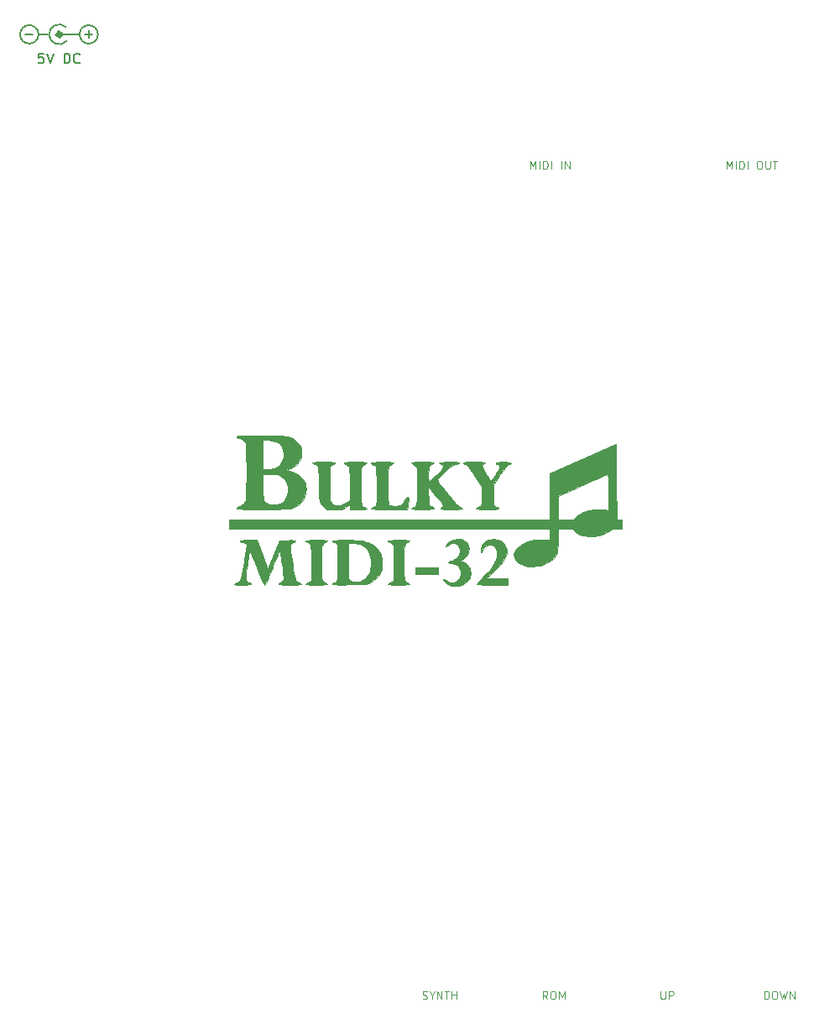
<source format=gto>
G04 #@! TF.GenerationSoftware,KiCad,Pcbnew,(5.1.8)-1*
G04 #@! TF.CreationDate,2022-02-08T00:32:58+01:00*
G04 #@! TF.ProjectId,BulkyMIDI-32 FA2,42756c6b-794d-4494-9449-2d3332204641,rev?*
G04 #@! TF.SameCoordinates,Original*
G04 #@! TF.FileFunction,Legend,Top*
G04 #@! TF.FilePolarity,Positive*
%FSLAX46Y46*%
G04 Gerber Fmt 4.6, Leading zero omitted, Abs format (unit mm)*
G04 Created by KiCad (PCBNEW (5.1.8)-1) date 2022-02-08 00:32:58*
%MOMM*%
%LPD*%
G01*
G04 APERTURE LIST*
%ADD10C,0.100000*%
%ADD11C,0.150000*%
%ADD12C,0.500000*%
%ADD13C,0.010000*%
G04 APERTURE END LIST*
D10*
X119860714Y-153866809D02*
X119975000Y-153904904D01*
X120165476Y-153904904D01*
X120241666Y-153866809D01*
X120279761Y-153828714D01*
X120317857Y-153752523D01*
X120317857Y-153676333D01*
X120279761Y-153600142D01*
X120241666Y-153562047D01*
X120165476Y-153523952D01*
X120013095Y-153485857D01*
X119936904Y-153447761D01*
X119898809Y-153409666D01*
X119860714Y-153333476D01*
X119860714Y-153257285D01*
X119898809Y-153181095D01*
X119936904Y-153143000D01*
X120013095Y-153104904D01*
X120203571Y-153104904D01*
X120317857Y-153143000D01*
X120813095Y-153523952D02*
X120813095Y-153904904D01*
X120546428Y-153104904D02*
X120813095Y-153523952D01*
X121079761Y-153104904D01*
X121346428Y-153904904D02*
X121346428Y-153104904D01*
X121803571Y-153904904D01*
X121803571Y-153104904D01*
X122070238Y-153104904D02*
X122527380Y-153104904D01*
X122298809Y-153904904D02*
X122298809Y-153104904D01*
X122794047Y-153904904D02*
X122794047Y-153104904D01*
X122794047Y-153485857D02*
X123251190Y-153485857D01*
X123251190Y-153904904D02*
X123251190Y-153104904D01*
X132467428Y-153904904D02*
X132200761Y-153523952D01*
X132010285Y-153904904D02*
X132010285Y-153104904D01*
X132315047Y-153104904D01*
X132391238Y-153143000D01*
X132429333Y-153181095D01*
X132467428Y-153257285D01*
X132467428Y-153371571D01*
X132429333Y-153447761D01*
X132391238Y-153485857D01*
X132315047Y-153523952D01*
X132010285Y-153523952D01*
X132962666Y-153104904D02*
X133115047Y-153104904D01*
X133191238Y-153143000D01*
X133267428Y-153219190D01*
X133305523Y-153371571D01*
X133305523Y-153638238D01*
X133267428Y-153790619D01*
X133191238Y-153866809D01*
X133115047Y-153904904D01*
X132962666Y-153904904D01*
X132886476Y-153866809D01*
X132810285Y-153790619D01*
X132772190Y-153638238D01*
X132772190Y-153371571D01*
X132810285Y-153219190D01*
X132886476Y-153143000D01*
X132962666Y-153104904D01*
X133648380Y-153904904D02*
X133648380Y-153104904D01*
X133915047Y-153676333D01*
X134181714Y-153104904D01*
X134181714Y-153904904D01*
D11*
X81613571Y-58507380D02*
X81137380Y-58507380D01*
X81089761Y-58983571D01*
X81137380Y-58935952D01*
X81232619Y-58888333D01*
X81470714Y-58888333D01*
X81565952Y-58935952D01*
X81613571Y-58983571D01*
X81661190Y-59078809D01*
X81661190Y-59316904D01*
X81613571Y-59412142D01*
X81565952Y-59459761D01*
X81470714Y-59507380D01*
X81232619Y-59507380D01*
X81137380Y-59459761D01*
X81089761Y-59412142D01*
X81946904Y-58507380D02*
X82280238Y-59507380D01*
X82613571Y-58507380D01*
X83708809Y-59507380D02*
X83708809Y-58507380D01*
X83946904Y-58507380D01*
X84089761Y-58555000D01*
X84185000Y-58650238D01*
X84232619Y-58745476D01*
X84280238Y-58935952D01*
X84280238Y-59078809D01*
X84232619Y-59269285D01*
X84185000Y-59364523D01*
X84089761Y-59459761D01*
X83946904Y-59507380D01*
X83708809Y-59507380D01*
X85280238Y-59412142D02*
X85232619Y-59459761D01*
X85089761Y-59507380D01*
X84994523Y-59507380D01*
X84851666Y-59459761D01*
X84756428Y-59364523D01*
X84708809Y-59269285D01*
X84661190Y-59078809D01*
X84661190Y-58935952D01*
X84708809Y-58745476D01*
X84756428Y-58650238D01*
X84851666Y-58555000D01*
X84994523Y-58507380D01*
X85089761Y-58507380D01*
X85232619Y-58555000D01*
X85280238Y-58602619D01*
D10*
X150539761Y-70148404D02*
X150539761Y-69348404D01*
X150806428Y-69919833D01*
X151073095Y-69348404D01*
X151073095Y-70148404D01*
X151454047Y-70148404D02*
X151454047Y-69348404D01*
X151835000Y-70148404D02*
X151835000Y-69348404D01*
X152025476Y-69348404D01*
X152139761Y-69386500D01*
X152215952Y-69462690D01*
X152254047Y-69538880D01*
X152292142Y-69691261D01*
X152292142Y-69805547D01*
X152254047Y-69957928D01*
X152215952Y-70034119D01*
X152139761Y-70110309D01*
X152025476Y-70148404D01*
X151835000Y-70148404D01*
X152635000Y-70148404D02*
X152635000Y-69348404D01*
X153777857Y-69348404D02*
X153930238Y-69348404D01*
X154006428Y-69386500D01*
X154082619Y-69462690D01*
X154120714Y-69615071D01*
X154120714Y-69881738D01*
X154082619Y-70034119D01*
X154006428Y-70110309D01*
X153930238Y-70148404D01*
X153777857Y-70148404D01*
X153701666Y-70110309D01*
X153625476Y-70034119D01*
X153587380Y-69881738D01*
X153587380Y-69615071D01*
X153625476Y-69462690D01*
X153701666Y-69386500D01*
X153777857Y-69348404D01*
X154463571Y-69348404D02*
X154463571Y-69996023D01*
X154501666Y-70072214D01*
X154539761Y-70110309D01*
X154615952Y-70148404D01*
X154768333Y-70148404D01*
X154844523Y-70110309D01*
X154882619Y-70072214D01*
X154920714Y-69996023D01*
X154920714Y-69348404D01*
X155187380Y-69348404D02*
X155644523Y-69348404D01*
X155415952Y-70148404D02*
X155415952Y-69348404D01*
X130753095Y-70148404D02*
X130753095Y-69348404D01*
X131019761Y-69919833D01*
X131286428Y-69348404D01*
X131286428Y-70148404D01*
X131667380Y-70148404D02*
X131667380Y-69348404D01*
X132048333Y-70148404D02*
X132048333Y-69348404D01*
X132238809Y-69348404D01*
X132353095Y-69386500D01*
X132429285Y-69462690D01*
X132467380Y-69538880D01*
X132505476Y-69691261D01*
X132505476Y-69805547D01*
X132467380Y-69957928D01*
X132429285Y-70034119D01*
X132353095Y-70110309D01*
X132238809Y-70148404D01*
X132048333Y-70148404D01*
X132848333Y-70148404D02*
X132848333Y-69348404D01*
X133838809Y-70148404D02*
X133838809Y-69348404D01*
X134219761Y-70148404D02*
X134219761Y-69348404D01*
X134676904Y-70148404D01*
X134676904Y-69348404D01*
X154360238Y-153904904D02*
X154360238Y-153104904D01*
X154550714Y-153104904D01*
X154665000Y-153143000D01*
X154741190Y-153219190D01*
X154779285Y-153295380D01*
X154817380Y-153447761D01*
X154817380Y-153562047D01*
X154779285Y-153714428D01*
X154741190Y-153790619D01*
X154665000Y-153866809D01*
X154550714Y-153904904D01*
X154360238Y-153904904D01*
X155312619Y-153104904D02*
X155465000Y-153104904D01*
X155541190Y-153143000D01*
X155617380Y-153219190D01*
X155655476Y-153371571D01*
X155655476Y-153638238D01*
X155617380Y-153790619D01*
X155541190Y-153866809D01*
X155465000Y-153904904D01*
X155312619Y-153904904D01*
X155236428Y-153866809D01*
X155160238Y-153790619D01*
X155122142Y-153638238D01*
X155122142Y-153371571D01*
X155160238Y-153219190D01*
X155236428Y-153143000D01*
X155312619Y-153104904D01*
X155922142Y-153104904D02*
X156112619Y-153904904D01*
X156265000Y-153333476D01*
X156417380Y-153904904D01*
X156607857Y-153104904D01*
X156912619Y-153904904D02*
X156912619Y-153104904D01*
X157369761Y-153904904D01*
X157369761Y-153104904D01*
X143897428Y-153104904D02*
X143897428Y-153752523D01*
X143935523Y-153828714D01*
X143973619Y-153866809D01*
X144049809Y-153904904D01*
X144202190Y-153904904D01*
X144278380Y-153866809D01*
X144316476Y-153828714D01*
X144354571Y-153752523D01*
X144354571Y-153104904D01*
X144735523Y-153904904D02*
X144735523Y-153104904D01*
X145040285Y-153104904D01*
X145116476Y-153143000D01*
X145154571Y-153181095D01*
X145192666Y-153257285D01*
X145192666Y-153371571D01*
X145154571Y-153447761D01*
X145116476Y-153485857D01*
X145040285Y-153523952D01*
X144735523Y-153523952D01*
D11*
X83185000Y-56590000D02*
X85185000Y-56590000D01*
X81185000Y-56590000D02*
X82085000Y-56590000D01*
X81110000Y-56590000D02*
G75*
G03*
X81110000Y-56590000I-925000J0D01*
G01*
X87110000Y-56590000D02*
G75*
G03*
X87110000Y-56590000I-925000J0D01*
G01*
D12*
X83360000Y-56590000D02*
G75*
G03*
X83360000Y-56590000I-175000J0D01*
G01*
D11*
X83860000Y-55840000D02*
G75*
G03*
X83935000Y-57265000I-675000J-750000D01*
G01*
D13*
G36*
X128319030Y-99722888D02*
G01*
X128540051Y-99731671D01*
X128672992Y-99749279D01*
X128737280Y-99778139D01*
X128752500Y-99815750D01*
X128704169Y-99899992D01*
X128662122Y-99911000D01*
X128542249Y-99950769D01*
X128385901Y-100074427D01*
X128187133Y-100288497D01*
X127940000Y-100599503D01*
X127638559Y-101013967D01*
X127576069Y-101102927D01*
X126974500Y-101963238D01*
X126974500Y-102972005D01*
X126975204Y-103351334D01*
X126979222Y-103625001D01*
X126989408Y-103814342D01*
X127008618Y-103940693D01*
X127039708Y-104025391D01*
X127085533Y-104089773D01*
X127130363Y-104136636D01*
X127273521Y-104243915D01*
X127408942Y-104292277D01*
X127416113Y-104292500D01*
X127521805Y-104331530D01*
X127546000Y-104387750D01*
X127529923Y-104422169D01*
X127470853Y-104447362D01*
X127352527Y-104464683D01*
X127158686Y-104475488D01*
X126873068Y-104481131D01*
X126479412Y-104482968D01*
X126403000Y-104483000D01*
X125989967Y-104481660D01*
X125687654Y-104476737D01*
X125479800Y-104466877D01*
X125350142Y-104450723D01*
X125282421Y-104426922D01*
X125260375Y-104394117D01*
X125260000Y-104387750D01*
X125313223Y-104310242D01*
X125389886Y-104292500D01*
X125522340Y-104249445D01*
X125667112Y-104144975D01*
X125675636Y-104136636D01*
X125738019Y-104068473D01*
X125781066Y-103994768D01*
X125808358Y-103891969D01*
X125823472Y-103736522D01*
X125829989Y-103504875D01*
X125831486Y-103173476D01*
X125831500Y-103110967D01*
X125831500Y-102241162D01*
X125156090Y-101200878D01*
X124878464Y-100779488D01*
X124654941Y-100456357D01*
X124475654Y-100220033D01*
X124330737Y-100059061D01*
X124210325Y-99961990D01*
X124104550Y-99917366D01*
X124044936Y-99911000D01*
X123946771Y-99868877D01*
X123926500Y-99815750D01*
X123942747Y-99780901D01*
X124002471Y-99755525D01*
X124122142Y-99738210D01*
X124318232Y-99727542D01*
X124607212Y-99722111D01*
X125005554Y-99720505D01*
X125037750Y-99720500D01*
X125447062Y-99722064D01*
X125745396Y-99727628D01*
X125948741Y-99738499D01*
X126073090Y-99755985D01*
X126134434Y-99781392D01*
X126149000Y-99811333D01*
X126094946Y-99890028D01*
X126006125Y-99922458D01*
X125890624Y-99966674D01*
X125846115Y-100063213D01*
X125875245Y-100221866D01*
X125980663Y-100452425D01*
X126165016Y-100764683D01*
X126283604Y-100948410D01*
X126475263Y-101234210D01*
X126612862Y-101424286D01*
X126707900Y-101531687D01*
X126771878Y-101569458D01*
X126815372Y-101551660D01*
X126933302Y-101406006D01*
X127078529Y-101200273D01*
X127233745Y-100962569D01*
X127381642Y-100721002D01*
X127504910Y-100503679D01*
X127586241Y-100338708D01*
X127609500Y-100262071D01*
X127562921Y-100113214D01*
X127452365Y-99979942D01*
X127321604Y-99912371D01*
X127302874Y-99910999D01*
X127236965Y-99859749D01*
X127228500Y-99815750D01*
X127247605Y-99774683D01*
X127317873Y-99747056D01*
X127458733Y-99730438D01*
X127689614Y-99722402D01*
X127990500Y-99720500D01*
X128319030Y-99722888D01*
G37*
X128319030Y-99722888D02*
X128540051Y-99731671D01*
X128672992Y-99749279D01*
X128737280Y-99778139D01*
X128752500Y-99815750D01*
X128704169Y-99899992D01*
X128662122Y-99911000D01*
X128542249Y-99950769D01*
X128385901Y-100074427D01*
X128187133Y-100288497D01*
X127940000Y-100599503D01*
X127638559Y-101013967D01*
X127576069Y-101102927D01*
X126974500Y-101963238D01*
X126974500Y-102972005D01*
X126975204Y-103351334D01*
X126979222Y-103625001D01*
X126989408Y-103814342D01*
X127008618Y-103940693D01*
X127039708Y-104025391D01*
X127085533Y-104089773D01*
X127130363Y-104136636D01*
X127273521Y-104243915D01*
X127408942Y-104292277D01*
X127416113Y-104292500D01*
X127521805Y-104331530D01*
X127546000Y-104387750D01*
X127529923Y-104422169D01*
X127470853Y-104447362D01*
X127352527Y-104464683D01*
X127158686Y-104475488D01*
X126873068Y-104481131D01*
X126479412Y-104482968D01*
X126403000Y-104483000D01*
X125989967Y-104481660D01*
X125687654Y-104476737D01*
X125479800Y-104466877D01*
X125350142Y-104450723D01*
X125282421Y-104426922D01*
X125260375Y-104394117D01*
X125260000Y-104387750D01*
X125313223Y-104310242D01*
X125389886Y-104292500D01*
X125522340Y-104249445D01*
X125667112Y-104144975D01*
X125675636Y-104136636D01*
X125738019Y-104068473D01*
X125781066Y-103994768D01*
X125808358Y-103891969D01*
X125823472Y-103736522D01*
X125829989Y-103504875D01*
X125831486Y-103173476D01*
X125831500Y-103110967D01*
X125831500Y-102241162D01*
X125156090Y-101200878D01*
X124878464Y-100779488D01*
X124654941Y-100456357D01*
X124475654Y-100220033D01*
X124330737Y-100059061D01*
X124210325Y-99961990D01*
X124104550Y-99917366D01*
X124044936Y-99911000D01*
X123946771Y-99868877D01*
X123926500Y-99815750D01*
X123942747Y-99780901D01*
X124002471Y-99755525D01*
X124122142Y-99738210D01*
X124318232Y-99727542D01*
X124607212Y-99722111D01*
X125005554Y-99720505D01*
X125037750Y-99720500D01*
X125447062Y-99722064D01*
X125745396Y-99727628D01*
X125948741Y-99738499D01*
X126073090Y-99755985D01*
X126134434Y-99781392D01*
X126149000Y-99811333D01*
X126094946Y-99890028D01*
X126006125Y-99922458D01*
X125890624Y-99966674D01*
X125846115Y-100063213D01*
X125875245Y-100221866D01*
X125980663Y-100452425D01*
X126165016Y-100764683D01*
X126283604Y-100948410D01*
X126475263Y-101234210D01*
X126612862Y-101424286D01*
X126707900Y-101531687D01*
X126771878Y-101569458D01*
X126815372Y-101551660D01*
X126933302Y-101406006D01*
X127078529Y-101200273D01*
X127233745Y-100962569D01*
X127381642Y-100721002D01*
X127504910Y-100503679D01*
X127586241Y-100338708D01*
X127609500Y-100262071D01*
X127562921Y-100113214D01*
X127452365Y-99979942D01*
X127321604Y-99912371D01*
X127302874Y-99910999D01*
X127236965Y-99859749D01*
X127228500Y-99815750D01*
X127247605Y-99774683D01*
X127317873Y-99747056D01*
X127458733Y-99730438D01*
X127689614Y-99722402D01*
X127990500Y-99720500D01*
X128319030Y-99722888D01*
G36*
X122916097Y-99722077D02*
G01*
X123192875Y-99727881D01*
X123376983Y-99739520D01*
X123485575Y-99758602D01*
X123535804Y-99786735D01*
X123545500Y-99815750D01*
X123490186Y-99892287D01*
X123384639Y-99911000D01*
X123244929Y-99925514D01*
X123092518Y-99974387D01*
X122916484Y-100065618D01*
X122705901Y-100207204D01*
X122449848Y-100407142D01*
X122137401Y-100673429D01*
X121757638Y-101014063D01*
X121299634Y-101437042D01*
X121297090Y-101439414D01*
X121309030Y-101498937D01*
X121392093Y-101636677D01*
X121548433Y-101855442D01*
X121780203Y-102158043D01*
X122089559Y-102547290D01*
X122478652Y-103025993D01*
X122949638Y-103596962D01*
X122964430Y-103614793D01*
X123217825Y-103902930D01*
X123438108Y-104119265D01*
X123609433Y-104248650D01*
X123647055Y-104267476D01*
X123791778Y-104336285D01*
X123851564Y-104389485D01*
X123819118Y-104428833D01*
X123687144Y-104456086D01*
X123448349Y-104472999D01*
X123095435Y-104481329D01*
X122751750Y-104483000D01*
X122330252Y-104480844D01*
X122022163Y-104473726D01*
X121813950Y-104460669D01*
X121692085Y-104440697D01*
X121643037Y-104412833D01*
X121640500Y-104402807D01*
X121692024Y-104317288D01*
X121779267Y-104259932D01*
X121895539Y-104186388D01*
X121938416Y-104132552D01*
X121906594Y-104065255D01*
X121805865Y-103916399D01*
X121648257Y-103702295D01*
X121445799Y-103439254D01*
X121210518Y-103143588D01*
X121194653Y-103123971D01*
X120430508Y-102180088D01*
X120465750Y-104070250D01*
X120733323Y-104197250D01*
X120905768Y-104286375D01*
X120996917Y-104355389D01*
X120999450Y-104406693D01*
X120906045Y-104442690D01*
X120709382Y-104465782D01*
X120402139Y-104478371D01*
X119976995Y-104482860D01*
X119862500Y-104483000D01*
X119446232Y-104481467D01*
X119141225Y-104476044D01*
X118931766Y-104465491D01*
X118802142Y-104448566D01*
X118736642Y-104424030D01*
X118719500Y-104392795D01*
X118774485Y-104317464D01*
X118907032Y-104261412D01*
X118909921Y-104260767D01*
X119013865Y-104234349D01*
X119096958Y-104196810D01*
X119161532Y-104134847D01*
X119209922Y-104035157D01*
X119244458Y-103884438D01*
X119267473Y-103669388D01*
X119281302Y-103376704D01*
X119288275Y-102993085D01*
X119290726Y-102505227D01*
X119291000Y-102087620D01*
X119290609Y-101551657D01*
X119288828Y-101128211D01*
X119284741Y-100802801D01*
X119277433Y-100560944D01*
X119265989Y-100388160D01*
X119249494Y-100269965D01*
X119227034Y-100191879D01*
X119197693Y-100139420D01*
X119165615Y-100103115D01*
X119009460Y-99991234D01*
X118879865Y-99937481D01*
X118759949Y-99877532D01*
X118719500Y-99808866D01*
X118740361Y-99776566D01*
X118813241Y-99752889D01*
X118953579Y-99736641D01*
X119176816Y-99726627D01*
X119498395Y-99721655D01*
X119862500Y-99720500D01*
X120286913Y-99722424D01*
X120598537Y-99728881D01*
X120811534Y-99740891D01*
X120940067Y-99759476D01*
X120998298Y-99785660D01*
X121005500Y-99802993D01*
X120951497Y-99876278D01*
X120818130Y-99952220D01*
X120783292Y-99965838D01*
X120617092Y-100051652D01*
X120503435Y-100155678D01*
X120495524Y-100168692D01*
X120469339Y-100283716D01*
X120452068Y-100497627D01*
X120445270Y-100782521D01*
X120447856Y-101020807D01*
X120465750Y-101750421D01*
X121215192Y-101044571D01*
X121525859Y-100746451D01*
X121745964Y-100517811D01*
X121881605Y-100345755D01*
X121938882Y-100217388D01*
X121923893Y-100119813D01*
X121842737Y-100040136D01*
X121721249Y-99974500D01*
X121584467Y-99890852D01*
X121516481Y-99809960D01*
X121514874Y-99799875D01*
X121546088Y-99768430D01*
X121650038Y-99745833D01*
X121840301Y-99731021D01*
X122130458Y-99722930D01*
X122529500Y-99720500D01*
X122916097Y-99722077D01*
G37*
X122916097Y-99722077D02*
X123192875Y-99727881D01*
X123376983Y-99739520D01*
X123485575Y-99758602D01*
X123535804Y-99786735D01*
X123545500Y-99815750D01*
X123490186Y-99892287D01*
X123384639Y-99911000D01*
X123244929Y-99925514D01*
X123092518Y-99974387D01*
X122916484Y-100065618D01*
X122705901Y-100207204D01*
X122449848Y-100407142D01*
X122137401Y-100673429D01*
X121757638Y-101014063D01*
X121299634Y-101437042D01*
X121297090Y-101439414D01*
X121309030Y-101498937D01*
X121392093Y-101636677D01*
X121548433Y-101855442D01*
X121780203Y-102158043D01*
X122089559Y-102547290D01*
X122478652Y-103025993D01*
X122949638Y-103596962D01*
X122964430Y-103614793D01*
X123217825Y-103902930D01*
X123438108Y-104119265D01*
X123609433Y-104248650D01*
X123647055Y-104267476D01*
X123791778Y-104336285D01*
X123851564Y-104389485D01*
X123819118Y-104428833D01*
X123687144Y-104456086D01*
X123448349Y-104472999D01*
X123095435Y-104481329D01*
X122751750Y-104483000D01*
X122330252Y-104480844D01*
X122022163Y-104473726D01*
X121813950Y-104460669D01*
X121692085Y-104440697D01*
X121643037Y-104412833D01*
X121640500Y-104402807D01*
X121692024Y-104317288D01*
X121779267Y-104259932D01*
X121895539Y-104186388D01*
X121938416Y-104132552D01*
X121906594Y-104065255D01*
X121805865Y-103916399D01*
X121648257Y-103702295D01*
X121445799Y-103439254D01*
X121210518Y-103143588D01*
X121194653Y-103123971D01*
X120430508Y-102180088D01*
X120465750Y-104070250D01*
X120733323Y-104197250D01*
X120905768Y-104286375D01*
X120996917Y-104355389D01*
X120999450Y-104406693D01*
X120906045Y-104442690D01*
X120709382Y-104465782D01*
X120402139Y-104478371D01*
X119976995Y-104482860D01*
X119862500Y-104483000D01*
X119446232Y-104481467D01*
X119141225Y-104476044D01*
X118931766Y-104465491D01*
X118802142Y-104448566D01*
X118736642Y-104424030D01*
X118719500Y-104392795D01*
X118774485Y-104317464D01*
X118907032Y-104261412D01*
X118909921Y-104260767D01*
X119013865Y-104234349D01*
X119096958Y-104196810D01*
X119161532Y-104134847D01*
X119209922Y-104035157D01*
X119244458Y-103884438D01*
X119267473Y-103669388D01*
X119281302Y-103376704D01*
X119288275Y-102993085D01*
X119290726Y-102505227D01*
X119291000Y-102087620D01*
X119290609Y-101551657D01*
X119288828Y-101128211D01*
X119284741Y-100802801D01*
X119277433Y-100560944D01*
X119265989Y-100388160D01*
X119249494Y-100269965D01*
X119227034Y-100191879D01*
X119197693Y-100139420D01*
X119165615Y-100103115D01*
X119009460Y-99991234D01*
X118879865Y-99937481D01*
X118759949Y-99877532D01*
X118719500Y-99808866D01*
X118740361Y-99776566D01*
X118813241Y-99752889D01*
X118953579Y-99736641D01*
X119176816Y-99726627D01*
X119498395Y-99721655D01*
X119862500Y-99720500D01*
X120286913Y-99722424D01*
X120598537Y-99728881D01*
X120811534Y-99740891D01*
X120940067Y-99759476D01*
X120998298Y-99785660D01*
X121005500Y-99802993D01*
X120951497Y-99876278D01*
X120818130Y-99952220D01*
X120783292Y-99965838D01*
X120617092Y-100051652D01*
X120503435Y-100155678D01*
X120495524Y-100168692D01*
X120469339Y-100283716D01*
X120452068Y-100497627D01*
X120445270Y-100782521D01*
X120447856Y-101020807D01*
X120465750Y-101750421D01*
X121215192Y-101044571D01*
X121525859Y-100746451D01*
X121745964Y-100517811D01*
X121881605Y-100345755D01*
X121938882Y-100217388D01*
X121923893Y-100119813D01*
X121842737Y-100040136D01*
X121721249Y-99974500D01*
X121584467Y-99890852D01*
X121516481Y-99809960D01*
X121514874Y-99799875D01*
X121546088Y-99768430D01*
X121650038Y-99745833D01*
X121840301Y-99731021D01*
X122130458Y-99722930D01*
X122529500Y-99720500D01*
X122916097Y-99722077D01*
G36*
X116216284Y-99722112D02*
G01*
X116522541Y-99727747D01*
X116732712Y-99738596D01*
X116862238Y-99755855D01*
X116926559Y-99780716D01*
X116941500Y-99808866D01*
X116887325Y-99888540D01*
X116781134Y-99937481D01*
X116610799Y-100014848D01*
X116495384Y-100103115D01*
X116459356Y-100144906D01*
X116430968Y-100199600D01*
X116409315Y-100281631D01*
X116393488Y-100405437D01*
X116382581Y-100585452D01*
X116375686Y-100836112D01*
X116371896Y-101171852D01*
X116370303Y-101607109D01*
X116370000Y-102098149D01*
X116370194Y-102633909D01*
X116371459Y-103056902D01*
X116374815Y-103381360D01*
X116381281Y-103621516D01*
X116391879Y-103791603D01*
X116407628Y-103905853D01*
X116429550Y-103978499D01*
X116458664Y-104023774D01*
X116495990Y-104055910D01*
X116511129Y-104066649D01*
X116681250Y-104131238D01*
X116927996Y-104161529D01*
X117205632Y-104157233D01*
X117468422Y-104118067D01*
X117610209Y-104073523D01*
X117794393Y-103951826D01*
X117981056Y-103732396D01*
X118068544Y-103600144D01*
X118231022Y-103359234D01*
X118346661Y-103235420D01*
X118418623Y-103229059D01*
X118450075Y-103340506D01*
X118444180Y-103570116D01*
X118437681Y-103641625D01*
X118409975Y-103897883D01*
X118380728Y-104133769D01*
X118359716Y-104276625D01*
X118324366Y-104483000D01*
X116489933Y-104483000D01*
X115949321Y-104482167D01*
X115523036Y-104479256D01*
X115198411Y-104473643D01*
X114962779Y-104464704D01*
X114803476Y-104451818D01*
X114707836Y-104434361D01*
X114663192Y-104411711D01*
X114655500Y-104392795D01*
X114710364Y-104316628D01*
X114839415Y-104262196D01*
X114945463Y-104237158D01*
X115030254Y-104204810D01*
X115096030Y-104151927D01*
X115145033Y-104065287D01*
X115179504Y-103931664D01*
X115201686Y-103737836D01*
X115213819Y-103470578D01*
X115218147Y-103116667D01*
X115216909Y-102662878D01*
X115212349Y-102095988D01*
X115212070Y-102063954D01*
X115195250Y-100133250D01*
X114927676Y-100006250D01*
X114755231Y-99917124D01*
X114664082Y-99848110D01*
X114661549Y-99796806D01*
X114754954Y-99760809D01*
X114951617Y-99737717D01*
X115258860Y-99725128D01*
X115684004Y-99720639D01*
X115798500Y-99720500D01*
X116216284Y-99722112D01*
G37*
X116216284Y-99722112D02*
X116522541Y-99727747D01*
X116732712Y-99738596D01*
X116862238Y-99755855D01*
X116926559Y-99780716D01*
X116941500Y-99808866D01*
X116887325Y-99888540D01*
X116781134Y-99937481D01*
X116610799Y-100014848D01*
X116495384Y-100103115D01*
X116459356Y-100144906D01*
X116430968Y-100199600D01*
X116409315Y-100281631D01*
X116393488Y-100405437D01*
X116382581Y-100585452D01*
X116375686Y-100836112D01*
X116371896Y-101171852D01*
X116370303Y-101607109D01*
X116370000Y-102098149D01*
X116370194Y-102633909D01*
X116371459Y-103056902D01*
X116374815Y-103381360D01*
X116381281Y-103621516D01*
X116391879Y-103791603D01*
X116407628Y-103905853D01*
X116429550Y-103978499D01*
X116458664Y-104023774D01*
X116495990Y-104055910D01*
X116511129Y-104066649D01*
X116681250Y-104131238D01*
X116927996Y-104161529D01*
X117205632Y-104157233D01*
X117468422Y-104118067D01*
X117610209Y-104073523D01*
X117794393Y-103951826D01*
X117981056Y-103732396D01*
X118068544Y-103600144D01*
X118231022Y-103359234D01*
X118346661Y-103235420D01*
X118418623Y-103229059D01*
X118450075Y-103340506D01*
X118444180Y-103570116D01*
X118437681Y-103641625D01*
X118409975Y-103897883D01*
X118380728Y-104133769D01*
X118359716Y-104276625D01*
X118324366Y-104483000D01*
X116489933Y-104483000D01*
X115949321Y-104482167D01*
X115523036Y-104479256D01*
X115198411Y-104473643D01*
X114962779Y-104464704D01*
X114803476Y-104451818D01*
X114707836Y-104434361D01*
X114663192Y-104411711D01*
X114655500Y-104392795D01*
X114710364Y-104316628D01*
X114839415Y-104262196D01*
X114945463Y-104237158D01*
X115030254Y-104204810D01*
X115096030Y-104151927D01*
X115145033Y-104065287D01*
X115179504Y-103931664D01*
X115201686Y-103737836D01*
X115213819Y-103470578D01*
X115218147Y-103116667D01*
X115216909Y-102662878D01*
X115212349Y-102095988D01*
X115212070Y-102063954D01*
X115195250Y-100133250D01*
X114927676Y-100006250D01*
X114755231Y-99917124D01*
X114664082Y-99848110D01*
X114661549Y-99796806D01*
X114754954Y-99760809D01*
X114951617Y-99737717D01*
X115258860Y-99725128D01*
X115684004Y-99720639D01*
X115798500Y-99720500D01*
X116216284Y-99722112D01*
G36*
X102681395Y-97059542D02*
G01*
X103240165Y-97063412D01*
X103622375Y-97066382D01*
X104250937Y-97071510D01*
X104766023Y-97076547D01*
X105181154Y-97082302D01*
X105509850Y-97089586D01*
X105765631Y-97099207D01*
X105962019Y-97111975D01*
X106112534Y-97128700D01*
X106230697Y-97150190D01*
X106330028Y-97177256D01*
X106424048Y-97210707D01*
X106493781Y-97238290D01*
X106871471Y-97439055D01*
X107197202Y-97707044D01*
X107446896Y-98017538D01*
X107596476Y-98345815D01*
X107605156Y-98379314D01*
X107658988Y-98842254D01*
X107592387Y-99269210D01*
X107408106Y-99655087D01*
X107108898Y-99994789D01*
X106697517Y-100283222D01*
X106529334Y-100370262D01*
X106114750Y-100568609D01*
X106400500Y-100642225D01*
X106907671Y-100819027D01*
X107344641Y-101064890D01*
X107693833Y-101367569D01*
X107936142Y-101711821D01*
X108016926Y-101925651D01*
X108079301Y-102189410D01*
X108098774Y-102331537D01*
X108086112Y-102826783D01*
X107958602Y-103274679D01*
X107722337Y-103666631D01*
X107383410Y-103994043D01*
X106947917Y-104248321D01*
X106663686Y-104355707D01*
X106555526Y-104387613D01*
X106443982Y-104413715D01*
X106315573Y-104434592D01*
X106156815Y-104450822D01*
X105954224Y-104462984D01*
X105694317Y-104471654D01*
X105363611Y-104477412D01*
X104948623Y-104480836D01*
X104435870Y-104482503D01*
X103811868Y-104482992D01*
X103695061Y-104483000D01*
X103057016Y-104482784D01*
X102534465Y-104481783D01*
X102115903Y-104479463D01*
X101789825Y-104475291D01*
X101544725Y-104468736D01*
X101369098Y-104459265D01*
X101251438Y-104446344D01*
X101180239Y-104429442D01*
X101143998Y-104408025D01*
X101131207Y-104381561D01*
X101130000Y-104364252D01*
X101171735Y-104272459D01*
X101310612Y-104198407D01*
X101411295Y-104166747D01*
X101703721Y-104047594D01*
X101896767Y-103872085D01*
X102012956Y-103619477D01*
X102015546Y-103610288D01*
X102032356Y-103484738D01*
X102046750Y-103249116D01*
X102058730Y-102920327D01*
X102068301Y-102515276D01*
X102075463Y-102050868D01*
X102080219Y-101544009D01*
X102082571Y-101011603D01*
X102082564Y-100927000D01*
X103722211Y-100927000D01*
X103743730Y-102224221D01*
X103751906Y-102665746D01*
X103761078Y-102998871D01*
X103773191Y-103242192D01*
X103790192Y-103414305D01*
X103814025Y-103533805D01*
X103846638Y-103619289D01*
X103889974Y-103689353D01*
X103898197Y-103700596D01*
X104101364Y-103875550D01*
X104389000Y-103989729D01*
X104730981Y-104037108D01*
X105097183Y-104011661D01*
X105264969Y-103973981D01*
X105641394Y-103809862D01*
X105933115Y-103552991D01*
X106136023Y-103208770D01*
X106246006Y-102782601D01*
X106258092Y-102669055D01*
X106257358Y-102230239D01*
X106171455Y-101866201D01*
X105991650Y-101550296D01*
X105832237Y-101369956D01*
X105627570Y-101190287D01*
X105415737Y-101064794D01*
X105168347Y-100984869D01*
X104857010Y-100941902D01*
X104453332Y-100927285D01*
X104371363Y-100927000D01*
X103722211Y-100927000D01*
X102082564Y-100927000D01*
X102082522Y-100470554D01*
X102082286Y-100419000D01*
X103733500Y-100419000D01*
X104193875Y-100418645D01*
X104464429Y-100408873D01*
X104720737Y-100383681D01*
X104896869Y-100350920D01*
X105222179Y-100197642D01*
X105490747Y-99945253D01*
X105689306Y-99613969D01*
X105804590Y-99224006D01*
X105828645Y-98931099D01*
X105780221Y-98493486D01*
X105635552Y-98137196D01*
X105393579Y-97861250D01*
X105053239Y-97664671D01*
X104613474Y-97546480D01*
X104290254Y-97512129D01*
X103733500Y-97480384D01*
X103733500Y-100419000D01*
X102082286Y-100419000D01*
X102080074Y-99937770D01*
X102075230Y-99430153D01*
X102067991Y-98964610D01*
X102058361Y-98558045D01*
X102046341Y-98227363D01*
X102031934Y-97989470D01*
X102015142Y-97861270D01*
X102014749Y-97859821D01*
X101884864Y-97620259D01*
X101653536Y-97440170D01*
X101337526Y-97332585D01*
X101336375Y-97332367D01*
X101181840Y-97277294D01*
X101130325Y-97181298D01*
X101130000Y-97170040D01*
X101133563Y-97139008D01*
X101152050Y-97113800D01*
X101197151Y-97093929D01*
X101280557Y-97078908D01*
X101413962Y-97068251D01*
X101609056Y-97061472D01*
X101877532Y-97058085D01*
X102231081Y-97057604D01*
X102681395Y-97059542D01*
G37*
X102681395Y-97059542D02*
X103240165Y-97063412D01*
X103622375Y-97066382D01*
X104250937Y-97071510D01*
X104766023Y-97076547D01*
X105181154Y-97082302D01*
X105509850Y-97089586D01*
X105765631Y-97099207D01*
X105962019Y-97111975D01*
X106112534Y-97128700D01*
X106230697Y-97150190D01*
X106330028Y-97177256D01*
X106424048Y-97210707D01*
X106493781Y-97238290D01*
X106871471Y-97439055D01*
X107197202Y-97707044D01*
X107446896Y-98017538D01*
X107596476Y-98345815D01*
X107605156Y-98379314D01*
X107658988Y-98842254D01*
X107592387Y-99269210D01*
X107408106Y-99655087D01*
X107108898Y-99994789D01*
X106697517Y-100283222D01*
X106529334Y-100370262D01*
X106114750Y-100568609D01*
X106400500Y-100642225D01*
X106907671Y-100819027D01*
X107344641Y-101064890D01*
X107693833Y-101367569D01*
X107936142Y-101711821D01*
X108016926Y-101925651D01*
X108079301Y-102189410D01*
X108098774Y-102331537D01*
X108086112Y-102826783D01*
X107958602Y-103274679D01*
X107722337Y-103666631D01*
X107383410Y-103994043D01*
X106947917Y-104248321D01*
X106663686Y-104355707D01*
X106555526Y-104387613D01*
X106443982Y-104413715D01*
X106315573Y-104434592D01*
X106156815Y-104450822D01*
X105954224Y-104462984D01*
X105694317Y-104471654D01*
X105363611Y-104477412D01*
X104948623Y-104480836D01*
X104435870Y-104482503D01*
X103811868Y-104482992D01*
X103695061Y-104483000D01*
X103057016Y-104482784D01*
X102534465Y-104481783D01*
X102115903Y-104479463D01*
X101789825Y-104475291D01*
X101544725Y-104468736D01*
X101369098Y-104459265D01*
X101251438Y-104446344D01*
X101180239Y-104429442D01*
X101143998Y-104408025D01*
X101131207Y-104381561D01*
X101130000Y-104364252D01*
X101171735Y-104272459D01*
X101310612Y-104198407D01*
X101411295Y-104166747D01*
X101703721Y-104047594D01*
X101896767Y-103872085D01*
X102012956Y-103619477D01*
X102015546Y-103610288D01*
X102032356Y-103484738D01*
X102046750Y-103249116D01*
X102058730Y-102920327D01*
X102068301Y-102515276D01*
X102075463Y-102050868D01*
X102080219Y-101544009D01*
X102082571Y-101011603D01*
X102082564Y-100927000D01*
X103722211Y-100927000D01*
X103743730Y-102224221D01*
X103751906Y-102665746D01*
X103761078Y-102998871D01*
X103773191Y-103242192D01*
X103790192Y-103414305D01*
X103814025Y-103533805D01*
X103846638Y-103619289D01*
X103889974Y-103689353D01*
X103898197Y-103700596D01*
X104101364Y-103875550D01*
X104389000Y-103989729D01*
X104730981Y-104037108D01*
X105097183Y-104011661D01*
X105264969Y-103973981D01*
X105641394Y-103809862D01*
X105933115Y-103552991D01*
X106136023Y-103208770D01*
X106246006Y-102782601D01*
X106258092Y-102669055D01*
X106257358Y-102230239D01*
X106171455Y-101866201D01*
X105991650Y-101550296D01*
X105832237Y-101369956D01*
X105627570Y-101190287D01*
X105415737Y-101064794D01*
X105168347Y-100984869D01*
X104857010Y-100941902D01*
X104453332Y-100927285D01*
X104371363Y-100927000D01*
X103722211Y-100927000D01*
X102082564Y-100927000D01*
X102082522Y-100470554D01*
X102082286Y-100419000D01*
X103733500Y-100419000D01*
X104193875Y-100418645D01*
X104464429Y-100408873D01*
X104720737Y-100383681D01*
X104896869Y-100350920D01*
X105222179Y-100197642D01*
X105490747Y-99945253D01*
X105689306Y-99613969D01*
X105804590Y-99224006D01*
X105828645Y-98931099D01*
X105780221Y-98493486D01*
X105635552Y-98137196D01*
X105393579Y-97861250D01*
X105053239Y-97664671D01*
X104613474Y-97546480D01*
X104290254Y-97512129D01*
X103733500Y-97480384D01*
X103733500Y-100419000D01*
X102082286Y-100419000D01*
X102080074Y-99937770D01*
X102075230Y-99430153D01*
X102067991Y-98964610D01*
X102058361Y-98558045D01*
X102046341Y-98227363D01*
X102031934Y-97989470D01*
X102015142Y-97861270D01*
X102014749Y-97859821D01*
X101884864Y-97620259D01*
X101653536Y-97440170D01*
X101337526Y-97332585D01*
X101336375Y-97332367D01*
X101181840Y-97277294D01*
X101130325Y-97181298D01*
X101130000Y-97170040D01*
X101133563Y-97139008D01*
X101152050Y-97113800D01*
X101197151Y-97093929D01*
X101280557Y-97078908D01*
X101413962Y-97068251D01*
X101609056Y-97061472D01*
X101877532Y-97058085D01*
X102231081Y-97057604D01*
X102681395Y-97059542D01*
G36*
X113485784Y-99722112D02*
G01*
X113792041Y-99727747D01*
X114002212Y-99738596D01*
X114131738Y-99755855D01*
X114196059Y-99780716D01*
X114211000Y-99808866D01*
X114156825Y-99888540D01*
X114050634Y-99937481D01*
X113880299Y-100014848D01*
X113764884Y-100103115D01*
X113729075Y-100144623D01*
X113700810Y-100198943D01*
X113679199Y-100280401D01*
X113663354Y-100403322D01*
X113652385Y-100582031D01*
X113645405Y-100830855D01*
X113641523Y-101164119D01*
X113639851Y-101596148D01*
X113639500Y-102123658D01*
X113639663Y-102685629D01*
X113641826Y-103134136D01*
X113648502Y-103482715D01*
X113662201Y-103744900D01*
X113685435Y-103934227D01*
X113720714Y-104064232D01*
X113770550Y-104148448D01*
X113837456Y-104200412D01*
X113923941Y-104233660D01*
X114032517Y-104261725D01*
X114036375Y-104262686D01*
X114162814Y-104321813D01*
X114211000Y-104394633D01*
X114187797Y-104431315D01*
X114106615Y-104456702D01*
X113950087Y-104472585D01*
X113700850Y-104480754D01*
X113353750Y-104483000D01*
X112496500Y-104483000D01*
X112496500Y-103970885D01*
X112136575Y-104242817D01*
X111776650Y-104514750D01*
X111072950Y-104529297D01*
X110770487Y-104529456D01*
X110501335Y-104518537D01*
X110299255Y-104498542D01*
X110210500Y-104478177D01*
X110065337Y-104392907D01*
X109893858Y-104258864D01*
X109839957Y-104209629D01*
X109719694Y-104091750D01*
X109624623Y-103983794D01*
X109551460Y-103869331D01*
X109496921Y-103731932D01*
X109457722Y-103555169D01*
X109430578Y-103322611D01*
X109412205Y-103017830D01*
X109399318Y-102624396D01*
X109388635Y-102125880D01*
X109385000Y-101933745D01*
X109374092Y-101392724D01*
X109361847Y-100964636D01*
X109345084Y-100635429D01*
X109320621Y-100391049D01*
X109285275Y-100217444D01*
X109235867Y-100100561D01*
X109169213Y-100026346D01*
X109082134Y-99980747D01*
X108971446Y-99949710D01*
X108933915Y-99941303D01*
X108803190Y-99885682D01*
X108750000Y-99810704D01*
X108769413Y-99777853D01*
X108838128Y-99753782D01*
X108971858Y-99737251D01*
X109186314Y-99727022D01*
X109497208Y-99721852D01*
X109893000Y-99720500D01*
X110310784Y-99722112D01*
X110617041Y-99727747D01*
X110827212Y-99738596D01*
X110956738Y-99755855D01*
X111021059Y-99780716D01*
X111036000Y-99808866D01*
X110981825Y-99888540D01*
X110875634Y-99937481D01*
X110705299Y-100014848D01*
X110589884Y-100103115D01*
X110551514Y-100147959D01*
X110521868Y-100206702D01*
X110499828Y-100294979D01*
X110484273Y-100428422D01*
X110474084Y-100622666D01*
X110468142Y-100893344D01*
X110465327Y-101256090D01*
X110464519Y-101726537D01*
X110464500Y-101854028D01*
X110465593Y-102368104D01*
X110469476Y-102771259D01*
X110477053Y-103079554D01*
X110489227Y-103309054D01*
X110506904Y-103475822D01*
X110530987Y-103595921D01*
X110562381Y-103685416D01*
X110568312Y-103698325D01*
X110739374Y-103925314D01*
X110981641Y-104064675D01*
X111274115Y-104116108D01*
X111595791Y-104079318D01*
X111925670Y-103954005D01*
X112242749Y-103739871D01*
X112262993Y-103722365D01*
X112496500Y-103517343D01*
X112496500Y-101872921D01*
X112496011Y-101371811D01*
X112493811Y-100982169D01*
X112488799Y-100688464D01*
X112479876Y-100475168D01*
X112465941Y-100326748D01*
X112445893Y-100227676D01*
X112418634Y-100162420D01*
X112383061Y-100115451D01*
X112371115Y-100103115D01*
X112214960Y-99991234D01*
X112085365Y-99937481D01*
X111965449Y-99877532D01*
X111925000Y-99808866D01*
X111945861Y-99776566D01*
X112018741Y-99752889D01*
X112159079Y-99736641D01*
X112382316Y-99726627D01*
X112703895Y-99721655D01*
X113068000Y-99720500D01*
X113485784Y-99722112D01*
G37*
X113485784Y-99722112D02*
X113792041Y-99727747D01*
X114002212Y-99738596D01*
X114131738Y-99755855D01*
X114196059Y-99780716D01*
X114211000Y-99808866D01*
X114156825Y-99888540D01*
X114050634Y-99937481D01*
X113880299Y-100014848D01*
X113764884Y-100103115D01*
X113729075Y-100144623D01*
X113700810Y-100198943D01*
X113679199Y-100280401D01*
X113663354Y-100403322D01*
X113652385Y-100582031D01*
X113645405Y-100830855D01*
X113641523Y-101164119D01*
X113639851Y-101596148D01*
X113639500Y-102123658D01*
X113639663Y-102685629D01*
X113641826Y-103134136D01*
X113648502Y-103482715D01*
X113662201Y-103744900D01*
X113685435Y-103934227D01*
X113720714Y-104064232D01*
X113770550Y-104148448D01*
X113837456Y-104200412D01*
X113923941Y-104233660D01*
X114032517Y-104261725D01*
X114036375Y-104262686D01*
X114162814Y-104321813D01*
X114211000Y-104394633D01*
X114187797Y-104431315D01*
X114106615Y-104456702D01*
X113950087Y-104472585D01*
X113700850Y-104480754D01*
X113353750Y-104483000D01*
X112496500Y-104483000D01*
X112496500Y-103970885D01*
X112136575Y-104242817D01*
X111776650Y-104514750D01*
X111072950Y-104529297D01*
X110770487Y-104529456D01*
X110501335Y-104518537D01*
X110299255Y-104498542D01*
X110210500Y-104478177D01*
X110065337Y-104392907D01*
X109893858Y-104258864D01*
X109839957Y-104209629D01*
X109719694Y-104091750D01*
X109624623Y-103983794D01*
X109551460Y-103869331D01*
X109496921Y-103731932D01*
X109457722Y-103555169D01*
X109430578Y-103322611D01*
X109412205Y-103017830D01*
X109399318Y-102624396D01*
X109388635Y-102125880D01*
X109385000Y-101933745D01*
X109374092Y-101392724D01*
X109361847Y-100964636D01*
X109345084Y-100635429D01*
X109320621Y-100391049D01*
X109285275Y-100217444D01*
X109235867Y-100100561D01*
X109169213Y-100026346D01*
X109082134Y-99980747D01*
X108971446Y-99949710D01*
X108933915Y-99941303D01*
X108803190Y-99885682D01*
X108750000Y-99810704D01*
X108769413Y-99777853D01*
X108838128Y-99753782D01*
X108971858Y-99737251D01*
X109186314Y-99727022D01*
X109497208Y-99721852D01*
X109893000Y-99720500D01*
X110310784Y-99722112D01*
X110617041Y-99727747D01*
X110827212Y-99738596D01*
X110956738Y-99755855D01*
X111021059Y-99780716D01*
X111036000Y-99808866D01*
X110981825Y-99888540D01*
X110875634Y-99937481D01*
X110705299Y-100014848D01*
X110589884Y-100103115D01*
X110551514Y-100147959D01*
X110521868Y-100206702D01*
X110499828Y-100294979D01*
X110484273Y-100428422D01*
X110474084Y-100622666D01*
X110468142Y-100893344D01*
X110465327Y-101256090D01*
X110464519Y-101726537D01*
X110464500Y-101854028D01*
X110465593Y-102368104D01*
X110469476Y-102771259D01*
X110477053Y-103079554D01*
X110489227Y-103309054D01*
X110506904Y-103475822D01*
X110530987Y-103595921D01*
X110562381Y-103685416D01*
X110568312Y-103698325D01*
X110739374Y-103925314D01*
X110981641Y-104064675D01*
X111274115Y-104116108D01*
X111595791Y-104079318D01*
X111925670Y-103954005D01*
X112242749Y-103739871D01*
X112262993Y-103722365D01*
X112496500Y-103517343D01*
X112496500Y-101872921D01*
X112496011Y-101371811D01*
X112493811Y-100982169D01*
X112488799Y-100688464D01*
X112479876Y-100475168D01*
X112465941Y-100326748D01*
X112445893Y-100227676D01*
X112418634Y-100162420D01*
X112383061Y-100115451D01*
X112371115Y-100103115D01*
X112214960Y-99991234D01*
X112085365Y-99937481D01*
X111965449Y-99877532D01*
X111925000Y-99808866D01*
X111945861Y-99776566D01*
X112018741Y-99752889D01*
X112159079Y-99736641D01*
X112382316Y-99726627D01*
X112703895Y-99721655D01*
X113068000Y-99720500D01*
X113485784Y-99722112D01*
G36*
X139405116Y-101729038D02*
G01*
X139421483Y-105562500D01*
X139992000Y-105562500D01*
X139992000Y-106451500D01*
X139479763Y-106451500D01*
X139209429Y-106456526D01*
X139027433Y-106477169D01*
X138895319Y-106521776D01*
X138774632Y-106598694D01*
X138763762Y-106606918D01*
X138416292Y-106823871D01*
X137993414Y-107014496D01*
X137546602Y-107157991D01*
X137249343Y-107218933D01*
X136660995Y-107249883D01*
X136089634Y-107171499D01*
X135659688Y-107029788D01*
X135468561Y-106926519D01*
X135281166Y-106791975D01*
X135129658Y-106653275D01*
X135046197Y-106537539D01*
X135039000Y-106506340D01*
X134979607Y-106485121D01*
X134817829Y-106467722D01*
X134578263Y-106455922D01*
X134285507Y-106451501D01*
X134280773Y-106451500D01*
X133522547Y-106451500D01*
X133502898Y-107673875D01*
X133483250Y-108896250D01*
X133299735Y-109166807D01*
X133087433Y-109407064D01*
X132784957Y-109652059D01*
X132425923Y-109878152D01*
X132043944Y-110061701D01*
X132005956Y-110076737D01*
X131719542Y-110156201D01*
X131356021Y-110212402D01*
X130961807Y-110242293D01*
X130583315Y-110242828D01*
X130266958Y-110210960D01*
X130195061Y-110195622D01*
X129791986Y-110051917D01*
X129464945Y-109847694D01*
X129227815Y-109596225D01*
X129094471Y-109310780D01*
X129070000Y-109119613D01*
X129131692Y-108791860D01*
X129310207Y-108481743D01*
X129595704Y-108197672D01*
X129978340Y-107948060D01*
X130448276Y-107741317D01*
X130813716Y-107629242D01*
X131091069Y-107578022D01*
X131430529Y-107545572D01*
X131789802Y-107532886D01*
X132126596Y-107540955D01*
X132398615Y-107570771D01*
X132483544Y-107590067D01*
X132689500Y-107649134D01*
X132689500Y-106451500D01*
X100368000Y-106451500D01*
X100368000Y-105562500D01*
X132687954Y-105562500D01*
X133512257Y-105562500D01*
X135039000Y-105562500D01*
X135286794Y-105314705D01*
X135645315Y-105033141D01*
X136094584Y-104801299D01*
X136604864Y-104628749D01*
X137146418Y-104525063D01*
X137689507Y-104499812D01*
X137801250Y-104505389D01*
X138061423Y-104527099D01*
X138287246Y-104553050D01*
X138436380Y-104578234D01*
X138452125Y-104582391D01*
X138595000Y-104624812D01*
X138595000Y-102775906D01*
X138593432Y-102306199D01*
X138589000Y-101880594D01*
X138582108Y-101514820D01*
X138573164Y-101224605D01*
X138562571Y-101025678D01*
X138550736Y-100933765D01*
X138547375Y-100929337D01*
X138481046Y-100954835D01*
X138310926Y-101026759D01*
X138049202Y-101139782D01*
X137708060Y-101288579D01*
X137299687Y-101467823D01*
X136836269Y-101672187D01*
X136329992Y-101896346D01*
X136023250Y-102032559D01*
X133546750Y-103133442D01*
X133529503Y-104347971D01*
X133512257Y-105562500D01*
X132687954Y-105562500D01*
X132721250Y-100832432D01*
X139388750Y-97895576D01*
X139405116Y-101729038D01*
G37*
X139405116Y-101729038D02*
X139421483Y-105562500D01*
X139992000Y-105562500D01*
X139992000Y-106451500D01*
X139479763Y-106451500D01*
X139209429Y-106456526D01*
X139027433Y-106477169D01*
X138895319Y-106521776D01*
X138774632Y-106598694D01*
X138763762Y-106606918D01*
X138416292Y-106823871D01*
X137993414Y-107014496D01*
X137546602Y-107157991D01*
X137249343Y-107218933D01*
X136660995Y-107249883D01*
X136089634Y-107171499D01*
X135659688Y-107029788D01*
X135468561Y-106926519D01*
X135281166Y-106791975D01*
X135129658Y-106653275D01*
X135046197Y-106537539D01*
X135039000Y-106506340D01*
X134979607Y-106485121D01*
X134817829Y-106467722D01*
X134578263Y-106455922D01*
X134285507Y-106451501D01*
X134280773Y-106451500D01*
X133522547Y-106451500D01*
X133502898Y-107673875D01*
X133483250Y-108896250D01*
X133299735Y-109166807D01*
X133087433Y-109407064D01*
X132784957Y-109652059D01*
X132425923Y-109878152D01*
X132043944Y-110061701D01*
X132005956Y-110076737D01*
X131719542Y-110156201D01*
X131356021Y-110212402D01*
X130961807Y-110242293D01*
X130583315Y-110242828D01*
X130266958Y-110210960D01*
X130195061Y-110195622D01*
X129791986Y-110051917D01*
X129464945Y-109847694D01*
X129227815Y-109596225D01*
X129094471Y-109310780D01*
X129070000Y-109119613D01*
X129131692Y-108791860D01*
X129310207Y-108481743D01*
X129595704Y-108197672D01*
X129978340Y-107948060D01*
X130448276Y-107741317D01*
X130813716Y-107629242D01*
X131091069Y-107578022D01*
X131430529Y-107545572D01*
X131789802Y-107532886D01*
X132126596Y-107540955D01*
X132398615Y-107570771D01*
X132483544Y-107590067D01*
X132689500Y-107649134D01*
X132689500Y-106451500D01*
X100368000Y-106451500D01*
X100368000Y-105562500D01*
X132687954Y-105562500D01*
X133512257Y-105562500D01*
X135039000Y-105562500D01*
X135286794Y-105314705D01*
X135645315Y-105033141D01*
X136094584Y-104801299D01*
X136604864Y-104628749D01*
X137146418Y-104525063D01*
X137689507Y-104499812D01*
X137801250Y-104505389D01*
X138061423Y-104527099D01*
X138287246Y-104553050D01*
X138436380Y-104578234D01*
X138452125Y-104582391D01*
X138595000Y-104624812D01*
X138595000Y-102775906D01*
X138593432Y-102306199D01*
X138589000Y-101880594D01*
X138582108Y-101514820D01*
X138573164Y-101224605D01*
X138562571Y-101025678D01*
X138550736Y-100933765D01*
X138547375Y-100929337D01*
X138481046Y-100954835D01*
X138310926Y-101026759D01*
X138049202Y-101139782D01*
X137708060Y-101288579D01*
X137299687Y-101467823D01*
X136836269Y-101672187D01*
X136329992Y-101896346D01*
X136023250Y-102032559D01*
X133546750Y-103133442D01*
X133529503Y-104347971D01*
X133512257Y-105562500D01*
X132687954Y-105562500D01*
X132721250Y-100832432D01*
X139388750Y-97895576D01*
X139405116Y-101729038D01*
G36*
X121418250Y-110991750D02*
G01*
X119100500Y-111026364D01*
X119100500Y-110325000D01*
X121456636Y-110325000D01*
X121418250Y-110991750D01*
G37*
X121418250Y-110991750D02*
X119100500Y-111026364D01*
X119100500Y-110325000D01*
X121456636Y-110325000D01*
X121418250Y-110991750D01*
G36*
X127383418Y-107527091D02*
G01*
X127736012Y-107680997D01*
X128014796Y-107912111D01*
X128239858Y-108234677D01*
X128349053Y-108578060D01*
X128341470Y-108944508D01*
X128216202Y-109336269D01*
X127972340Y-109755592D01*
X127608974Y-110204724D01*
X127125195Y-110685915D01*
X126766731Y-110999369D01*
X126208184Y-111468000D01*
X128435000Y-111468000D01*
X128435000Y-112103000D01*
X126879250Y-112103000D01*
X126371329Y-112101552D01*
X125978679Y-112096812D01*
X125689600Y-112088183D01*
X125492392Y-112075067D01*
X125375354Y-112056867D01*
X125326787Y-112032986D01*
X125323791Y-112023625D01*
X125366550Y-111954533D01*
X125484965Y-111812160D01*
X125664543Y-111612677D01*
X125890791Y-111372256D01*
X126106298Y-111150500D01*
X126416491Y-110830693D01*
X126651183Y-110574566D01*
X126828235Y-110359705D01*
X126965510Y-110163696D01*
X127080872Y-109964126D01*
X127132590Y-109862750D01*
X127263453Y-109578832D01*
X127338812Y-109356222D01*
X127371646Y-109149272D01*
X127376338Y-109005500D01*
X127332988Y-108642760D01*
X127210727Y-108356436D01*
X127020170Y-108158059D01*
X126771929Y-108059162D01*
X126510165Y-108064325D01*
X126300352Y-108155244D01*
X126092981Y-108327206D01*
X125928750Y-108540154D01*
X125857283Y-108706914D01*
X125800141Y-108838780D01*
X125741970Y-108849394D01*
X125706905Y-108741985D01*
X125704500Y-108686467D01*
X125749611Y-108451821D01*
X125867642Y-108183034D01*
X126032637Y-107925671D01*
X126218640Y-107725296D01*
X126276911Y-107681609D01*
X126624550Y-107523508D01*
X127003158Y-107473298D01*
X127383418Y-107527091D01*
G37*
X127383418Y-107527091D02*
X127736012Y-107680997D01*
X128014796Y-107912111D01*
X128239858Y-108234677D01*
X128349053Y-108578060D01*
X128341470Y-108944508D01*
X128216202Y-109336269D01*
X127972340Y-109755592D01*
X127608974Y-110204724D01*
X127125195Y-110685915D01*
X126766731Y-110999369D01*
X126208184Y-111468000D01*
X128435000Y-111468000D01*
X128435000Y-112103000D01*
X126879250Y-112103000D01*
X126371329Y-112101552D01*
X125978679Y-112096812D01*
X125689600Y-112088183D01*
X125492392Y-112075067D01*
X125375354Y-112056867D01*
X125326787Y-112032986D01*
X125323791Y-112023625D01*
X125366550Y-111954533D01*
X125484965Y-111812160D01*
X125664543Y-111612677D01*
X125890791Y-111372256D01*
X126106298Y-111150500D01*
X126416491Y-110830693D01*
X126651183Y-110574566D01*
X126828235Y-110359705D01*
X126965510Y-110163696D01*
X127080872Y-109964126D01*
X127132590Y-109862750D01*
X127263453Y-109578832D01*
X127338812Y-109356222D01*
X127371646Y-109149272D01*
X127376338Y-109005500D01*
X127332988Y-108642760D01*
X127210727Y-108356436D01*
X127020170Y-108158059D01*
X126771929Y-108059162D01*
X126510165Y-108064325D01*
X126300352Y-108155244D01*
X126092981Y-108327206D01*
X125928750Y-108540154D01*
X125857283Y-108706914D01*
X125800141Y-108838780D01*
X125741970Y-108849394D01*
X125706905Y-108741985D01*
X125704500Y-108686467D01*
X125749611Y-108451821D01*
X125867642Y-108183034D01*
X126032637Y-107925671D01*
X126218640Y-107725296D01*
X126276911Y-107681609D01*
X126624550Y-107523508D01*
X127003158Y-107473298D01*
X127383418Y-107527091D01*
G36*
X117860781Y-107596575D02*
G01*
X118159585Y-107603537D01*
X118360376Y-107616492D01*
X118477621Y-107636546D01*
X118525785Y-107664803D01*
X118529000Y-107676993D01*
X118475059Y-107750805D01*
X118342259Y-107826218D01*
X118312218Y-107837876D01*
X118118386Y-107957079D01*
X118026468Y-108114108D01*
X118002646Y-108247512D01*
X117983756Y-108482381D01*
X117969726Y-108797148D01*
X117960481Y-109170248D01*
X117955948Y-109580114D01*
X117956052Y-110005182D01*
X117960719Y-110423885D01*
X117969875Y-110814656D01*
X117983447Y-111155931D01*
X118001360Y-111426143D01*
X118023541Y-111603727D01*
X118038616Y-111656354D01*
X118158932Y-111788226D01*
X118323430Y-111871915D01*
X118462678Y-111934743D01*
X118528257Y-112009400D01*
X118529000Y-112016935D01*
X118505668Y-112049378D01*
X118425418Y-112072925D01*
X118272867Y-112088803D01*
X118032634Y-112098239D01*
X117689336Y-112102458D01*
X117449500Y-112103000D01*
X117049499Y-112101550D01*
X116759785Y-112096219D01*
X116563669Y-112085535D01*
X116444461Y-112068025D01*
X116385471Y-112042216D01*
X116370000Y-112007750D01*
X116423223Y-111930242D01*
X116499886Y-111912500D01*
X116632340Y-111869445D01*
X116777112Y-111764975D01*
X116785636Y-111756636D01*
X116941500Y-111600772D01*
X116941500Y-109919270D01*
X116939292Y-109461781D01*
X116933074Y-109039615D01*
X116923452Y-108671416D01*
X116911034Y-108375832D01*
X116896427Y-108171507D01*
X116881633Y-108080308D01*
X116767541Y-107935966D01*
X116595883Y-107841167D01*
X116449680Y-107768563D01*
X116373237Y-107692079D01*
X116370000Y-107676993D01*
X116397155Y-107645564D01*
X116488265Y-107622730D01*
X116657795Y-107607385D01*
X116920212Y-107598426D01*
X117289980Y-107594745D01*
X117449500Y-107594500D01*
X117860781Y-107596575D01*
G37*
X117860781Y-107596575D02*
X118159585Y-107603537D01*
X118360376Y-107616492D01*
X118477621Y-107636546D01*
X118525785Y-107664803D01*
X118529000Y-107676993D01*
X118475059Y-107750805D01*
X118342259Y-107826218D01*
X118312218Y-107837876D01*
X118118386Y-107957079D01*
X118026468Y-108114108D01*
X118002646Y-108247512D01*
X117983756Y-108482381D01*
X117969726Y-108797148D01*
X117960481Y-109170248D01*
X117955948Y-109580114D01*
X117956052Y-110005182D01*
X117960719Y-110423885D01*
X117969875Y-110814656D01*
X117983447Y-111155931D01*
X118001360Y-111426143D01*
X118023541Y-111603727D01*
X118038616Y-111656354D01*
X118158932Y-111788226D01*
X118323430Y-111871915D01*
X118462678Y-111934743D01*
X118528257Y-112009400D01*
X118529000Y-112016935D01*
X118505668Y-112049378D01*
X118425418Y-112072925D01*
X118272867Y-112088803D01*
X118032634Y-112098239D01*
X117689336Y-112102458D01*
X117449500Y-112103000D01*
X117049499Y-112101550D01*
X116759785Y-112096219D01*
X116563669Y-112085535D01*
X116444461Y-112068025D01*
X116385471Y-112042216D01*
X116370000Y-112007750D01*
X116423223Y-111930242D01*
X116499886Y-111912500D01*
X116632340Y-111869445D01*
X116777112Y-111764975D01*
X116785636Y-111756636D01*
X116941500Y-111600772D01*
X116941500Y-109919270D01*
X116939292Y-109461781D01*
X116933074Y-109039615D01*
X116923452Y-108671416D01*
X116911034Y-108375832D01*
X116896427Y-108171507D01*
X116881633Y-108080308D01*
X116767541Y-107935966D01*
X116595883Y-107841167D01*
X116449680Y-107768563D01*
X116373237Y-107692079D01*
X116370000Y-107676993D01*
X116397155Y-107645564D01*
X116488265Y-107622730D01*
X116657795Y-107607385D01*
X116920212Y-107598426D01*
X117289980Y-107594745D01*
X117449500Y-107594500D01*
X117860781Y-107596575D01*
G36*
X112674465Y-107592695D02*
G01*
X113058394Y-107604923D01*
X113408026Y-107623263D01*
X113703221Y-107647658D01*
X113923837Y-107678055D01*
X113986529Y-107691839D01*
X114533756Y-107892175D01*
X114996822Y-108185405D01*
X115260519Y-108435380D01*
X115497528Y-108751005D01*
X115653980Y-109093680D01*
X115739601Y-109493158D01*
X115764137Y-109975750D01*
X115756973Y-110277551D01*
X115732935Y-110498577D01*
X115683307Y-110684793D01*
X115599371Y-110882162D01*
X115587563Y-110906746D01*
X115317115Y-111321541D01*
X114943656Y-111665308D01*
X114536120Y-111903917D01*
X114427427Y-111953590D01*
X114327030Y-111992495D01*
X114217951Y-112022153D01*
X114083209Y-112044084D01*
X113905825Y-112059809D01*
X113668819Y-112070850D01*
X113355212Y-112078726D01*
X112948023Y-112084958D01*
X112448875Y-112090857D01*
X111876581Y-112095421D01*
X111425565Y-112094622D01*
X111090211Y-112088299D01*
X110864902Y-112076293D01*
X110744025Y-112058444D01*
X110718500Y-112041660D01*
X110771408Y-111972311D01*
X110893008Y-111906508D01*
X111005671Y-111863307D01*
X111094727Y-111819470D01*
X111162949Y-111760627D01*
X111213108Y-111672407D01*
X111247979Y-111540440D01*
X111270332Y-111350356D01*
X111282940Y-111087783D01*
X111288576Y-110738351D01*
X111290012Y-110287690D01*
X111290000Y-109848750D01*
X111289758Y-109302976D01*
X111287222Y-108870262D01*
X111279670Y-108536668D01*
X111264382Y-108288252D01*
X111238639Y-108111077D01*
X111199720Y-107991201D01*
X111144906Y-107914685D01*
X111140720Y-107912000D01*
X112369500Y-107912000D01*
X112369500Y-109745724D01*
X112370276Y-110285878D01*
X112373076Y-110712766D01*
X112378606Y-111040117D01*
X112387572Y-111281659D01*
X112400682Y-111451120D01*
X112418641Y-111562227D01*
X112442155Y-111628710D01*
X112468077Y-111661261D01*
X112614303Y-111734270D01*
X112827159Y-111790532D01*
X113046328Y-111816969D01*
X113163250Y-111812017D01*
X113313321Y-111788813D01*
X113504667Y-111758634D01*
X113516833Y-111756696D01*
X113819709Y-111648965D01*
X114105910Y-111437195D01*
X114348697Y-111143949D01*
X114446028Y-110972659D01*
X114525888Y-110798814D01*
X114577561Y-110644138D01*
X114607076Y-110472658D01*
X114620460Y-110248406D01*
X114623742Y-109935409D01*
X114623750Y-109912250D01*
X114619902Y-109581479D01*
X114604843Y-109341614D01*
X114573298Y-109156703D01*
X114519992Y-108990790D01*
X114472026Y-108877982D01*
X114281689Y-108564644D01*
X114023123Y-108286375D01*
X113731354Y-108076131D01*
X113524765Y-107986677D01*
X113329918Y-107948025D01*
X113068107Y-107921042D01*
X112822507Y-107912000D01*
X112369500Y-107912000D01*
X111140720Y-107912000D01*
X111071476Y-107867588D01*
X110976709Y-107835971D01*
X110893125Y-107814813D01*
X110766685Y-107755686D01*
X110718500Y-107682866D01*
X110778558Y-107650765D01*
X110945307Y-107625163D01*
X111198604Y-107606004D01*
X111518309Y-107593233D01*
X111884282Y-107586795D01*
X112276381Y-107586634D01*
X112674465Y-107592695D01*
G37*
X112674465Y-107592695D02*
X113058394Y-107604923D01*
X113408026Y-107623263D01*
X113703221Y-107647658D01*
X113923837Y-107678055D01*
X113986529Y-107691839D01*
X114533756Y-107892175D01*
X114996822Y-108185405D01*
X115260519Y-108435380D01*
X115497528Y-108751005D01*
X115653980Y-109093680D01*
X115739601Y-109493158D01*
X115764137Y-109975750D01*
X115756973Y-110277551D01*
X115732935Y-110498577D01*
X115683307Y-110684793D01*
X115599371Y-110882162D01*
X115587563Y-110906746D01*
X115317115Y-111321541D01*
X114943656Y-111665308D01*
X114536120Y-111903917D01*
X114427427Y-111953590D01*
X114327030Y-111992495D01*
X114217951Y-112022153D01*
X114083209Y-112044084D01*
X113905825Y-112059809D01*
X113668819Y-112070850D01*
X113355212Y-112078726D01*
X112948023Y-112084958D01*
X112448875Y-112090857D01*
X111876581Y-112095421D01*
X111425565Y-112094622D01*
X111090211Y-112088299D01*
X110864902Y-112076293D01*
X110744025Y-112058444D01*
X110718500Y-112041660D01*
X110771408Y-111972311D01*
X110893008Y-111906508D01*
X111005671Y-111863307D01*
X111094727Y-111819470D01*
X111162949Y-111760627D01*
X111213108Y-111672407D01*
X111247979Y-111540440D01*
X111270332Y-111350356D01*
X111282940Y-111087783D01*
X111288576Y-110738351D01*
X111290012Y-110287690D01*
X111290000Y-109848750D01*
X111289758Y-109302976D01*
X111287222Y-108870262D01*
X111279670Y-108536668D01*
X111264382Y-108288252D01*
X111238639Y-108111077D01*
X111199720Y-107991201D01*
X111144906Y-107914685D01*
X111140720Y-107912000D01*
X112369500Y-107912000D01*
X112369500Y-109745724D01*
X112370276Y-110285878D01*
X112373076Y-110712766D01*
X112378606Y-111040117D01*
X112387572Y-111281659D01*
X112400682Y-111451120D01*
X112418641Y-111562227D01*
X112442155Y-111628710D01*
X112468077Y-111661261D01*
X112614303Y-111734270D01*
X112827159Y-111790532D01*
X113046328Y-111816969D01*
X113163250Y-111812017D01*
X113313321Y-111788813D01*
X113504667Y-111758634D01*
X113516833Y-111756696D01*
X113819709Y-111648965D01*
X114105910Y-111437195D01*
X114348697Y-111143949D01*
X114446028Y-110972659D01*
X114525888Y-110798814D01*
X114577561Y-110644138D01*
X114607076Y-110472658D01*
X114620460Y-110248406D01*
X114623742Y-109935409D01*
X114623750Y-109912250D01*
X114619902Y-109581479D01*
X114604843Y-109341614D01*
X114573298Y-109156703D01*
X114519992Y-108990790D01*
X114472026Y-108877982D01*
X114281689Y-108564644D01*
X114023123Y-108286375D01*
X113731354Y-108076131D01*
X113524765Y-107986677D01*
X113329918Y-107948025D01*
X113068107Y-107921042D01*
X112822507Y-107912000D01*
X112369500Y-107912000D01*
X111140720Y-107912000D01*
X111071476Y-107867588D01*
X110976709Y-107835971D01*
X110893125Y-107814813D01*
X110766685Y-107755686D01*
X110718500Y-107682866D01*
X110778558Y-107650765D01*
X110945307Y-107625163D01*
X111198604Y-107606004D01*
X111518309Y-107593233D01*
X111884282Y-107586795D01*
X112276381Y-107586634D01*
X112674465Y-107592695D01*
G36*
X109542281Y-107596575D02*
G01*
X109841085Y-107603537D01*
X110041876Y-107616492D01*
X110159121Y-107636546D01*
X110207285Y-107664803D01*
X110210500Y-107676993D01*
X110156559Y-107750805D01*
X110023759Y-107826218D01*
X109993718Y-107837876D01*
X109799886Y-107957079D01*
X109707968Y-108114108D01*
X109684146Y-108247512D01*
X109665256Y-108482381D01*
X109651226Y-108797148D01*
X109641981Y-109170248D01*
X109637448Y-109580114D01*
X109637552Y-110005182D01*
X109642219Y-110423885D01*
X109651375Y-110814656D01*
X109664947Y-111155931D01*
X109682860Y-111426143D01*
X109705041Y-111603727D01*
X109720116Y-111656354D01*
X109840432Y-111788226D01*
X110004930Y-111871915D01*
X110144178Y-111934743D01*
X110209757Y-112009400D01*
X110210500Y-112016935D01*
X110187168Y-112049378D01*
X110106918Y-112072925D01*
X109954367Y-112088803D01*
X109714134Y-112098239D01*
X109370836Y-112102458D01*
X109131000Y-112103000D01*
X108730999Y-112101550D01*
X108441285Y-112096219D01*
X108245169Y-112085535D01*
X108125961Y-112068025D01*
X108066971Y-112042216D01*
X108051500Y-112007750D01*
X108104723Y-111930242D01*
X108181386Y-111912500D01*
X108313840Y-111869445D01*
X108458612Y-111764975D01*
X108467136Y-111756636D01*
X108623000Y-111600772D01*
X108623000Y-109919270D01*
X108620792Y-109461781D01*
X108614574Y-109039615D01*
X108604952Y-108671416D01*
X108592534Y-108375832D01*
X108577927Y-108171507D01*
X108563133Y-108080308D01*
X108449041Y-107935966D01*
X108277383Y-107841167D01*
X108131180Y-107768563D01*
X108054737Y-107692079D01*
X108051500Y-107676993D01*
X108078655Y-107645564D01*
X108169765Y-107622730D01*
X108339295Y-107607385D01*
X108601712Y-107598426D01*
X108971480Y-107594745D01*
X109131000Y-107594500D01*
X109542281Y-107596575D01*
G37*
X109542281Y-107596575D02*
X109841085Y-107603537D01*
X110041876Y-107616492D01*
X110159121Y-107636546D01*
X110207285Y-107664803D01*
X110210500Y-107676993D01*
X110156559Y-107750805D01*
X110023759Y-107826218D01*
X109993718Y-107837876D01*
X109799886Y-107957079D01*
X109707968Y-108114108D01*
X109684146Y-108247512D01*
X109665256Y-108482381D01*
X109651226Y-108797148D01*
X109641981Y-109170248D01*
X109637448Y-109580114D01*
X109637552Y-110005182D01*
X109642219Y-110423885D01*
X109651375Y-110814656D01*
X109664947Y-111155931D01*
X109682860Y-111426143D01*
X109705041Y-111603727D01*
X109720116Y-111656354D01*
X109840432Y-111788226D01*
X110004930Y-111871915D01*
X110144178Y-111934743D01*
X110209757Y-112009400D01*
X110210500Y-112016935D01*
X110187168Y-112049378D01*
X110106918Y-112072925D01*
X109954367Y-112088803D01*
X109714134Y-112098239D01*
X109370836Y-112102458D01*
X109131000Y-112103000D01*
X108730999Y-112101550D01*
X108441285Y-112096219D01*
X108245169Y-112085535D01*
X108125961Y-112068025D01*
X108066971Y-112042216D01*
X108051500Y-112007750D01*
X108104723Y-111930242D01*
X108181386Y-111912500D01*
X108313840Y-111869445D01*
X108458612Y-111764975D01*
X108467136Y-111756636D01*
X108623000Y-111600772D01*
X108623000Y-109919270D01*
X108620792Y-109461781D01*
X108614574Y-109039615D01*
X108604952Y-108671416D01*
X108592534Y-108375832D01*
X108577927Y-108171507D01*
X108563133Y-108080308D01*
X108449041Y-107935966D01*
X108277383Y-107841167D01*
X108131180Y-107768563D01*
X108054737Y-107692079D01*
X108051500Y-107676993D01*
X108078655Y-107645564D01*
X108169765Y-107622730D01*
X108339295Y-107607385D01*
X108601712Y-107598426D01*
X108971480Y-107594745D01*
X109131000Y-107594500D01*
X109542281Y-107596575D01*
G36*
X103701776Y-109048030D02*
G01*
X104272556Y-110501561D01*
X104847632Y-109063905D01*
X105422709Y-107626250D01*
X106229104Y-107608477D01*
X106566422Y-107602998D01*
X106796272Y-107605355D01*
X106938047Y-107617456D01*
X107011141Y-107641211D01*
X107034946Y-107678529D01*
X107035500Y-107687852D01*
X106983068Y-107768029D01*
X106915534Y-107785000D01*
X106778576Y-107823581D01*
X106652978Y-107900463D01*
X106596327Y-107957136D01*
X106555553Y-108032024D01*
X106531217Y-108138882D01*
X106523880Y-108291464D01*
X106534101Y-108503526D01*
X106562440Y-108788822D01*
X106609459Y-109161106D01*
X106675716Y-109634133D01*
X106742112Y-110088647D01*
X106816425Y-110583892D01*
X106879316Y-110969238D01*
X106936606Y-111260611D01*
X106994116Y-111473934D01*
X107057666Y-111625135D01*
X107133077Y-111730137D01*
X107226169Y-111804867D01*
X107342763Y-111865248D01*
X107400625Y-111890366D01*
X107540213Y-111957799D01*
X107596672Y-112010030D01*
X107562478Y-112048766D01*
X107430110Y-112075715D01*
X107192047Y-112092584D01*
X106840767Y-112101081D01*
X106464000Y-112103000D01*
X106050967Y-112101660D01*
X105748654Y-112096737D01*
X105540800Y-112086877D01*
X105411142Y-112070723D01*
X105343421Y-112046922D01*
X105321375Y-112014117D01*
X105321000Y-112007750D01*
X105372057Y-111924253D01*
X105419136Y-111912500D01*
X105572369Y-111855717D01*
X105710563Y-111710822D01*
X105805290Y-111515995D01*
X105830710Y-111359761D01*
X105823048Y-111222063D01*
X105800861Y-110996247D01*
X105767181Y-110704227D01*
X105725041Y-110367917D01*
X105677472Y-110009230D01*
X105627508Y-109650081D01*
X105578181Y-109312382D01*
X105532524Y-109018048D01*
X105493570Y-108788992D01*
X105464351Y-108647128D01*
X105450327Y-108611098D01*
X105419192Y-108667920D01*
X105347644Y-108828367D01*
X105241755Y-109077874D01*
X105107599Y-109401879D01*
X104951249Y-109785819D01*
X104778777Y-110215132D01*
X104722115Y-110357348D01*
X104511580Y-110882678D01*
X104340627Y-111299114D01*
X104204577Y-111616803D01*
X104098750Y-111845888D01*
X104018468Y-111996515D01*
X103959052Y-112078829D01*
X103917015Y-112103000D01*
X103873607Y-112077309D01*
X103814052Y-111993478D01*
X103733700Y-111841366D01*
X103627900Y-111610831D01*
X103492000Y-111291734D01*
X103321348Y-110873933D01*
X103111294Y-110347289D01*
X103108756Y-110340875D01*
X102933329Y-109903270D01*
X102771904Y-109511507D01*
X102630399Y-109179091D01*
X102514734Y-108919527D01*
X102430828Y-108746322D01*
X102384600Y-108672980D01*
X102378180Y-108674000D01*
X102350725Y-108792547D01*
X102312326Y-109011990D01*
X102266391Y-109307037D01*
X102216325Y-109652397D01*
X102165534Y-110022779D01*
X102117424Y-110392890D01*
X102075402Y-110737440D01*
X102042872Y-111031138D01*
X102023243Y-111248691D01*
X102018999Y-111341101D01*
X102056939Y-111616439D01*
X102163793Y-111809659D01*
X102329115Y-111905096D01*
X102400000Y-111912500D01*
X102503428Y-111952204D01*
X102527000Y-112007750D01*
X102508602Y-112047419D01*
X102440887Y-112074608D01*
X102305068Y-112091485D01*
X102082360Y-112100215D01*
X101753977Y-112102968D01*
X101701500Y-112103000D01*
X101357695Y-112100877D01*
X101122055Y-112093063D01*
X100975796Y-112077392D01*
X100900131Y-112051695D01*
X100876275Y-112013805D01*
X100876000Y-112007750D01*
X100931354Y-111931238D01*
X101037636Y-111912500D01*
X101227462Y-111853777D01*
X101401908Y-111695764D01*
X101534570Y-111465688D01*
X101568545Y-111364985D01*
X101597238Y-111233259D01*
X101640950Y-110996891D01*
X101696119Y-110676876D01*
X101759180Y-110294204D01*
X101826569Y-109869868D01*
X101868350Y-109599067D01*
X102100160Y-108079384D01*
X101929039Y-107932192D01*
X101768289Y-107830837D01*
X101611114Y-107785202D01*
X101602709Y-107785000D01*
X101477685Y-107751243D01*
X101447500Y-107689750D01*
X101465734Y-107650413D01*
X101532856Y-107623335D01*
X101667496Y-107606406D01*
X101888283Y-107597518D01*
X102213848Y-107594564D01*
X102289248Y-107594500D01*
X103130997Y-107594500D01*
X103701776Y-109048030D01*
G37*
X103701776Y-109048030D02*
X104272556Y-110501561D01*
X104847632Y-109063905D01*
X105422709Y-107626250D01*
X106229104Y-107608477D01*
X106566422Y-107602998D01*
X106796272Y-107605355D01*
X106938047Y-107617456D01*
X107011141Y-107641211D01*
X107034946Y-107678529D01*
X107035500Y-107687852D01*
X106983068Y-107768029D01*
X106915534Y-107785000D01*
X106778576Y-107823581D01*
X106652978Y-107900463D01*
X106596327Y-107957136D01*
X106555553Y-108032024D01*
X106531217Y-108138882D01*
X106523880Y-108291464D01*
X106534101Y-108503526D01*
X106562440Y-108788822D01*
X106609459Y-109161106D01*
X106675716Y-109634133D01*
X106742112Y-110088647D01*
X106816425Y-110583892D01*
X106879316Y-110969238D01*
X106936606Y-111260611D01*
X106994116Y-111473934D01*
X107057666Y-111625135D01*
X107133077Y-111730137D01*
X107226169Y-111804867D01*
X107342763Y-111865248D01*
X107400625Y-111890366D01*
X107540213Y-111957799D01*
X107596672Y-112010030D01*
X107562478Y-112048766D01*
X107430110Y-112075715D01*
X107192047Y-112092584D01*
X106840767Y-112101081D01*
X106464000Y-112103000D01*
X106050967Y-112101660D01*
X105748654Y-112096737D01*
X105540800Y-112086877D01*
X105411142Y-112070723D01*
X105343421Y-112046922D01*
X105321375Y-112014117D01*
X105321000Y-112007750D01*
X105372057Y-111924253D01*
X105419136Y-111912500D01*
X105572369Y-111855717D01*
X105710563Y-111710822D01*
X105805290Y-111515995D01*
X105830710Y-111359761D01*
X105823048Y-111222063D01*
X105800861Y-110996247D01*
X105767181Y-110704227D01*
X105725041Y-110367917D01*
X105677472Y-110009230D01*
X105627508Y-109650081D01*
X105578181Y-109312382D01*
X105532524Y-109018048D01*
X105493570Y-108788992D01*
X105464351Y-108647128D01*
X105450327Y-108611098D01*
X105419192Y-108667920D01*
X105347644Y-108828367D01*
X105241755Y-109077874D01*
X105107599Y-109401879D01*
X104951249Y-109785819D01*
X104778777Y-110215132D01*
X104722115Y-110357348D01*
X104511580Y-110882678D01*
X104340627Y-111299114D01*
X104204577Y-111616803D01*
X104098750Y-111845888D01*
X104018468Y-111996515D01*
X103959052Y-112078829D01*
X103917015Y-112103000D01*
X103873607Y-112077309D01*
X103814052Y-111993478D01*
X103733700Y-111841366D01*
X103627900Y-111610831D01*
X103492000Y-111291734D01*
X103321348Y-110873933D01*
X103111294Y-110347289D01*
X103108756Y-110340875D01*
X102933329Y-109903270D01*
X102771904Y-109511507D01*
X102630399Y-109179091D01*
X102514734Y-108919527D01*
X102430828Y-108746322D01*
X102384600Y-108672980D01*
X102378180Y-108674000D01*
X102350725Y-108792547D01*
X102312326Y-109011990D01*
X102266391Y-109307037D01*
X102216325Y-109652397D01*
X102165534Y-110022779D01*
X102117424Y-110392890D01*
X102075402Y-110737440D01*
X102042872Y-111031138D01*
X102023243Y-111248691D01*
X102018999Y-111341101D01*
X102056939Y-111616439D01*
X102163793Y-111809659D01*
X102329115Y-111905096D01*
X102400000Y-111912500D01*
X102503428Y-111952204D01*
X102527000Y-112007750D01*
X102508602Y-112047419D01*
X102440887Y-112074608D01*
X102305068Y-112091485D01*
X102082360Y-112100215D01*
X101753977Y-112102968D01*
X101701500Y-112103000D01*
X101357695Y-112100877D01*
X101122055Y-112093063D01*
X100975796Y-112077392D01*
X100900131Y-112051695D01*
X100876275Y-112013805D01*
X100876000Y-112007750D01*
X100931354Y-111931238D01*
X101037636Y-111912500D01*
X101227462Y-111853777D01*
X101401908Y-111695764D01*
X101534570Y-111465688D01*
X101568545Y-111364985D01*
X101597238Y-111233259D01*
X101640950Y-110996891D01*
X101696119Y-110676876D01*
X101759180Y-110294204D01*
X101826569Y-109869868D01*
X101868350Y-109599067D01*
X102100160Y-108079384D01*
X101929039Y-107932192D01*
X101768289Y-107830837D01*
X101611114Y-107785202D01*
X101602709Y-107785000D01*
X101477685Y-107751243D01*
X101447500Y-107689750D01*
X101465734Y-107650413D01*
X101532856Y-107623335D01*
X101667496Y-107606406D01*
X101888283Y-107597518D01*
X102213848Y-107594564D01*
X102289248Y-107594500D01*
X103130997Y-107594500D01*
X103701776Y-109048030D01*
G36*
X123757374Y-107519431D02*
G01*
X124085373Y-107682340D01*
X124264865Y-107844814D01*
X124463650Y-108146571D01*
X124544074Y-108466402D01*
X124509643Y-108786629D01*
X124363861Y-109089579D01*
X124110232Y-109357575D01*
X123941777Y-109474322D01*
X123614001Y-109671395D01*
X123862638Y-109745889D01*
X124163532Y-109885814D01*
X124420390Y-110097677D01*
X124593265Y-110347882D01*
X124601884Y-110367620D01*
X124667799Y-110631574D01*
X124684666Y-110948286D01*
X124652418Y-111254241D01*
X124602957Y-111422414D01*
X124462028Y-111645016D01*
X124243872Y-111868181D01*
X123992207Y-112053721D01*
X123756369Y-112161920D01*
X123455574Y-112213898D01*
X123121768Y-112222884D01*
X122808676Y-112190363D01*
X122595811Y-112129836D01*
X122375845Y-112015466D01*
X122176496Y-111879328D01*
X122027714Y-111745197D01*
X121959449Y-111636849D01*
X121958000Y-111623518D01*
X121973721Y-111547537D01*
X122035851Y-111547633D01*
X122166844Y-111626738D01*
X122208895Y-111656289D01*
X122383494Y-111752126D01*
X122603964Y-111838086D01*
X122668417Y-111857109D01*
X122865894Y-111898300D01*
X123015369Y-111886880D01*
X123186989Y-111816826D01*
X123197371Y-111811695D01*
X123474140Y-111618959D01*
X123644706Y-111361886D01*
X123717268Y-111044105D01*
X123692752Y-110685561D01*
X123563011Y-110376072D01*
X123343576Y-110133700D01*
X123049976Y-109976505D01*
X122753578Y-109923346D01*
X122577996Y-109902429D01*
X122477245Y-109862100D01*
X122466001Y-109841383D01*
X122520979Y-109784178D01*
X122664043Y-109706356D01*
X122833764Y-109636423D01*
X123067007Y-109531159D01*
X123277196Y-109402474D01*
X123378602Y-109317504D01*
X123552462Y-109055150D01*
X123623532Y-108759733D01*
X123592318Y-108462845D01*
X123459324Y-108196079D01*
X123358958Y-108087538D01*
X123115742Y-107942177D01*
X122853042Y-107921981D01*
X122573145Y-108026996D01*
X122503791Y-108070750D01*
X122338027Y-108179573D01*
X122250733Y-108220593D01*
X122217050Y-108199849D01*
X122212000Y-108141639D01*
X122262936Y-108032340D01*
X122394171Y-107890858D01*
X122573348Y-107743635D01*
X122768108Y-107617115D01*
X122946091Y-107537742D01*
X122953630Y-107535579D01*
X123378045Y-107470020D01*
X123757374Y-107519431D01*
G37*
X123757374Y-107519431D02*
X124085373Y-107682340D01*
X124264865Y-107844814D01*
X124463650Y-108146571D01*
X124544074Y-108466402D01*
X124509643Y-108786629D01*
X124363861Y-109089579D01*
X124110232Y-109357575D01*
X123941777Y-109474322D01*
X123614001Y-109671395D01*
X123862638Y-109745889D01*
X124163532Y-109885814D01*
X124420390Y-110097677D01*
X124593265Y-110347882D01*
X124601884Y-110367620D01*
X124667799Y-110631574D01*
X124684666Y-110948286D01*
X124652418Y-111254241D01*
X124602957Y-111422414D01*
X124462028Y-111645016D01*
X124243872Y-111868181D01*
X123992207Y-112053721D01*
X123756369Y-112161920D01*
X123455574Y-112213898D01*
X123121768Y-112222884D01*
X122808676Y-112190363D01*
X122595811Y-112129836D01*
X122375845Y-112015466D01*
X122176496Y-111879328D01*
X122027714Y-111745197D01*
X121959449Y-111636849D01*
X121958000Y-111623518D01*
X121973721Y-111547537D01*
X122035851Y-111547633D01*
X122166844Y-111626738D01*
X122208895Y-111656289D01*
X122383494Y-111752126D01*
X122603964Y-111838086D01*
X122668417Y-111857109D01*
X122865894Y-111898300D01*
X123015369Y-111886880D01*
X123186989Y-111816826D01*
X123197371Y-111811695D01*
X123474140Y-111618959D01*
X123644706Y-111361886D01*
X123717268Y-111044105D01*
X123692752Y-110685561D01*
X123563011Y-110376072D01*
X123343576Y-110133700D01*
X123049976Y-109976505D01*
X122753578Y-109923346D01*
X122577996Y-109902429D01*
X122477245Y-109862100D01*
X122466001Y-109841383D01*
X122520979Y-109784178D01*
X122664043Y-109706356D01*
X122833764Y-109636423D01*
X123067007Y-109531159D01*
X123277196Y-109402474D01*
X123378602Y-109317504D01*
X123552462Y-109055150D01*
X123623532Y-108759733D01*
X123592318Y-108462845D01*
X123459324Y-108196079D01*
X123358958Y-108087538D01*
X123115742Y-107942177D01*
X122853042Y-107921981D01*
X122573145Y-108026996D01*
X122503791Y-108070750D01*
X122338027Y-108179573D01*
X122250733Y-108220593D01*
X122217050Y-108199849D01*
X122212000Y-108141639D01*
X122262936Y-108032340D01*
X122394171Y-107890858D01*
X122573348Y-107743635D01*
X122768108Y-107617115D01*
X122946091Y-107537742D01*
X122953630Y-107535579D01*
X123378045Y-107470020D01*
X123757374Y-107519431D01*
D11*
X79804047Y-56586428D02*
X80565952Y-56586428D01*
X85804047Y-56586428D02*
X86565952Y-56586428D01*
X86185000Y-56967380D02*
X86185000Y-56205476D01*
M02*

</source>
